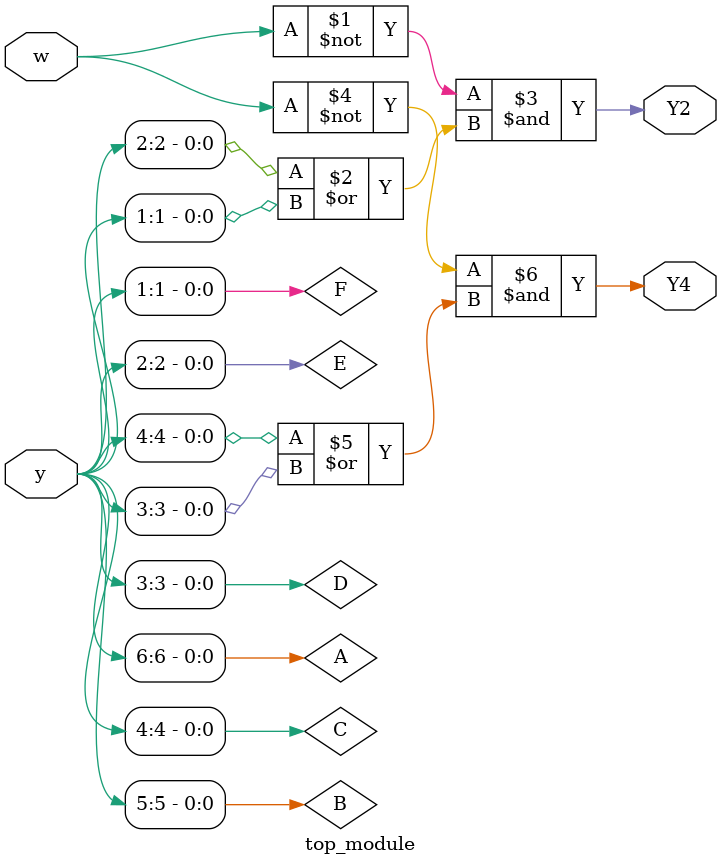
<source format=sv>
module top_module (
    input [6:1] y,
    input w,
    output Y2,
    output Y4
);

    wire A, B, C, D, E, F;

    assign A = y[6];
    assign B = y[5];
    assign C = y[4];
    assign D = y[3];
    assign E = y[2];
    assign F = y[1];

    assign Y2 = ~w & (E | F);
    assign Y4 = ~w & (C | D);

endmodule

</source>
